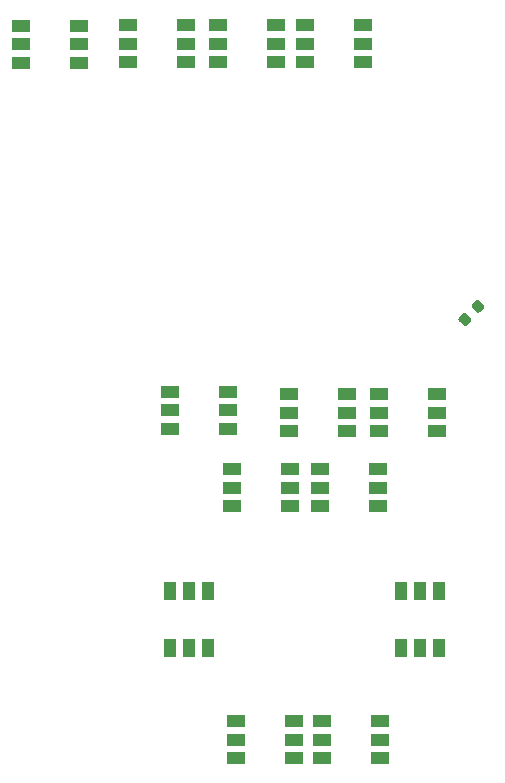
<source format=gbr>
G04 #@! TF.GenerationSoftware,KiCad,Pcbnew,(5.1.6)-1*
G04 #@! TF.CreationDate,2021-08-23T12:19:07+10:00*
G04 #@! TF.ProjectId,AV COOL PCB V2,41562043-4f4f-44c2-9050-43422056322e,rev?*
G04 #@! TF.SameCoordinates,Original*
G04 #@! TF.FileFunction,Paste,Top*
G04 #@! TF.FilePolarity,Positive*
%FSLAX46Y46*%
G04 Gerber Fmt 4.6, Leading zero omitted, Abs format (unit mm)*
G04 Created by KiCad (PCBNEW (5.1.6)-1) date 2021-08-23 12:19:07*
%MOMM*%
%LPD*%
G01*
G04 APERTURE LIST*
%ADD10R,1.000000X1.500000*%
%ADD11R,1.500000X1.000000*%
G04 APERTURE END LIST*
D10*
G04 #@! TO.C,D14*
X226136000Y-85180000D03*
X224536000Y-85180000D03*
X222936000Y-85180000D03*
X226136000Y-90080000D03*
X224536000Y-90080000D03*
X222936000Y-90080000D03*
G04 #@! TD*
D11*
G04 #@! TO.C,D13*
X228526000Y-96190000D03*
X228526000Y-97790000D03*
X228526000Y-99390000D03*
X233426000Y-96190000D03*
X233426000Y-97790000D03*
X233426000Y-99390000D03*
G04 #@! TD*
G04 #@! TO.C,D12*
X235802000Y-96190000D03*
X235802000Y-97790000D03*
X235802000Y-99390000D03*
X240702000Y-96190000D03*
X240702000Y-97790000D03*
X240702000Y-99390000D03*
G04 #@! TD*
D10*
G04 #@! TO.C,D11*
X242494000Y-90080000D03*
X244094000Y-90080000D03*
X245694000Y-90080000D03*
X242494000Y-85180000D03*
X244094000Y-85180000D03*
X245694000Y-85180000D03*
G04 #@! TD*
D11*
G04 #@! TO.C,D10*
X235638000Y-74854000D03*
X235638000Y-76454000D03*
X235638000Y-78054000D03*
X240538000Y-74854000D03*
X240538000Y-76454000D03*
X240538000Y-78054000D03*
G04 #@! TD*
G04 #@! TO.C,D9*
X228182000Y-74854000D03*
X228182000Y-76454000D03*
X228182000Y-78054000D03*
X233082000Y-74854000D03*
X233082000Y-76454000D03*
X233082000Y-78054000D03*
G04 #@! TD*
G04 #@! TO.C,D8*
X240628000Y-68504000D03*
X240628000Y-70104000D03*
X240628000Y-71704000D03*
X245528000Y-68504000D03*
X245528000Y-70104000D03*
X245528000Y-71704000D03*
G04 #@! TD*
G04 #@! TO.C,D7*
X233008000Y-68504000D03*
X233008000Y-70104000D03*
X233008000Y-71704000D03*
X237908000Y-68504000D03*
X237908000Y-70104000D03*
X237908000Y-71704000D03*
G04 #@! TD*
G04 #@! TO.C,D6*
X222938000Y-68326000D03*
X222938000Y-69926000D03*
X222938000Y-71526000D03*
X227838000Y-68326000D03*
X227838000Y-69926000D03*
X227838000Y-71526000D03*
G04 #@! TD*
G04 #@! TO.C,D5*
X234368000Y-37262000D03*
X234368000Y-38862000D03*
X234368000Y-40462000D03*
X239268000Y-37262000D03*
X239268000Y-38862000D03*
X239268000Y-40462000D03*
G04 #@! TD*
G04 #@! TO.C,D4*
X227002000Y-37262000D03*
X227002000Y-38862000D03*
X227002000Y-40462000D03*
X231902000Y-37262000D03*
X231902000Y-38862000D03*
X231902000Y-40462000D03*
G04 #@! TD*
G04 #@! TO.C,D3*
X219382000Y-37262000D03*
X219382000Y-38862000D03*
X219382000Y-40462000D03*
X224282000Y-37262000D03*
X224282000Y-38862000D03*
X224282000Y-40462000D03*
G04 #@! TD*
G04 #@! TO.C,D2*
X210312000Y-37338000D03*
X210312000Y-38938000D03*
X210312000Y-40538000D03*
X215212000Y-37338000D03*
X215212000Y-38938000D03*
X215212000Y-40538000D03*
G04 #@! TD*
G04 #@! TO.C,R1*
G36*
G01*
X248032163Y-61739445D02*
X248394556Y-62101837D01*
G75*
G02*
X248394556Y-62411197I-154680J-154680D01*
G01*
X248085197Y-62720556D01*
G75*
G02*
X247775837Y-62720556I-154680J154680D01*
G01*
X247413444Y-62358163D01*
G75*
G02*
X247413444Y-62048803I154680J154680D01*
G01*
X247722803Y-61739444D01*
G75*
G02*
X248032163Y-61739444I154680J-154680D01*
G01*
G37*
G36*
G01*
X249145857Y-60625751D02*
X249508250Y-60988143D01*
G75*
G02*
X249508250Y-61297503I-154680J-154680D01*
G01*
X249198891Y-61606862D01*
G75*
G02*
X248889531Y-61606862I-154680J154680D01*
G01*
X248527138Y-61244469D01*
G75*
G02*
X248527138Y-60935109I154680J154680D01*
G01*
X248836497Y-60625750D01*
G75*
G02*
X249145857Y-60625750I154680J-154680D01*
G01*
G37*
G04 #@! TD*
M02*

</source>
